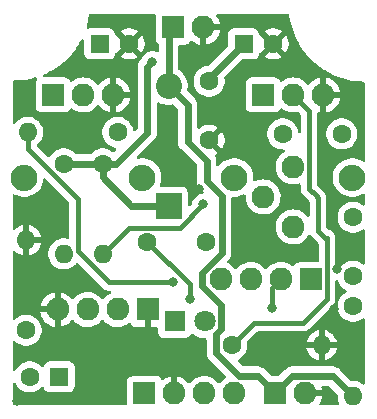
<source format=gbr>
%TF.GenerationSoftware,KiCad,Pcbnew,(5.99.0-2965-g3673c2369)*%
%TF.CreationDate,2020-08-26T16:55:04+03:00*%
%TF.ProjectId,cara-de-pelusa,63617261-2d64-4652-9d70-656c7573612e,rev?*%
%TF.SameCoordinates,Original*%
%TF.FileFunction,Copper,L2,Bot*%
%TF.FilePolarity,Positive*%
%FSLAX46Y46*%
G04 Gerber Fmt 4.6, Leading zero omitted, Abs format (unit mm)*
G04 Created by KiCad (PCBNEW (5.99.0-2965-g3673c2369)) date 2020-08-26 16:55:04*
%MOMM*%
%LPD*%
G01*
G04 APERTURE LIST*
%TA.AperFunction,ComponentPad*%
%ADD10O,2.250000X2.250000*%
%TD*%
%TA.AperFunction,ComponentPad*%
%ADD11O,1.930400X1.930400*%
%TD*%
%TA.AperFunction,ComponentPad*%
%ADD12R,1.930400X1.930400*%
%TD*%
%TA.AperFunction,ComponentPad*%
%ADD13O,1.600000X1.600000*%
%TD*%
%TA.AperFunction,ComponentPad*%
%ADD14C,1.600000*%
%TD*%
%TA.AperFunction,ComponentPad*%
%ADD15C,1.800000*%
%TD*%
%TA.AperFunction,ComponentPad*%
%ADD16R,1.800000X1.800000*%
%TD*%
%TA.AperFunction,ComponentPad*%
%ADD17O,2.200000X2.200000*%
%TD*%
%TA.AperFunction,ComponentPad*%
%ADD18R,2.200000X2.200000*%
%TD*%
%TA.AperFunction,ComponentPad*%
%ADD19R,1.600000X1.600000*%
%TD*%
%TA.AperFunction,ViaPad*%
%ADD20C,0.800000*%
%TD*%
%TA.AperFunction,Conductor*%
%ADD21C,0.381000*%
%TD*%
%TA.AperFunction,Conductor*%
%ADD22C,0.609600*%
%TD*%
G04 APERTURE END LIST*
D10*
%TO.P,RV4,*%
%TO.N,*%
X103839000Y-82438000D03*
X113839000Y-82438000D03*
D11*
%TO.P,RV4,3,3*%
%TO.N,GND*%
X111379000Y-75438000D03*
%TO.P,RV4,2,2*%
%TO.N,OUT*%
X108839000Y-75438000D03*
D12*
%TO.P,RV4,1,1*%
%TO.N,Net-(C3-Pad2)*%
X106299000Y-75438000D03*
%TD*%
D10*
%TO.P,RV1,*%
%TO.N,*%
X86059000Y-82438000D03*
X96059000Y-82438000D03*
D11*
%TO.P,RV1,3,3*%
%TO.N,GND*%
X93599000Y-75438000D03*
%TO.P,RV1,2,2*%
%TO.N,Net-(C2-Pad1)*%
X91059000Y-75438000D03*
D12*
%TO.P,RV1,1,1*%
%TO.N,Net-(Q2-Pad1)*%
X88519000Y-75438000D03*
%TD*%
D11*
%TO.P,RV5,3,3*%
%TO.N,Net-(C3-Pad1)*%
X108839000Y-81534000D03*
%TO.P,RV5,2,2*%
X106299000Y-84074000D03*
%TO.P,RV5,1,1*%
%TO.N,Net-(C6-Pad2)*%
X108839000Y-86614000D03*
%TD*%
D13*
%TO.P,R6,2*%
%TO.N,+9V*%
X113919000Y-100965000D03*
D14*
%TO.P,R6,1*%
%TO.N,Net-(D2-Pad2)*%
X113919000Y-93345000D03*
%TD*%
D13*
%TO.P,R5,2*%
%TO.N,GND*%
X111252000Y-96647000D03*
D14*
%TO.P,R5,1*%
%TO.N,OUT*%
X103632000Y-96647000D03*
%TD*%
D13*
%TO.P,R4,2*%
%TO.N,Net-(C3-Pad1)*%
X92710000Y-88900000D03*
D14*
%TO.P,R4,1*%
%TO.N,VCC*%
X92710000Y-81280000D03*
%TD*%
D13*
%TO.P,R3,2*%
%TO.N,Net-(C4-Pad2)*%
X89408000Y-88900000D03*
D14*
%TO.P,R3,1*%
%TO.N,VCC*%
X89408000Y-81280000D03*
%TD*%
D13*
%TO.P,R2,2*%
%TO.N,Net-(Q2-Pad1)*%
X86360000Y-78613000D03*
D14*
%TO.P,R2,1*%
%TO.N,Net-(C1-Pad1)*%
X93980000Y-78613000D03*
%TD*%
D13*
%TO.P,R1,2*%
%TO.N,GND*%
X86233000Y-87757000D03*
D14*
%TO.P,R1,1*%
%TO.N,IN*%
X86233000Y-95377000D03*
%TD*%
D11*
%TO.P,Q2,1,E*%
%TO.N,Net-(Q2-Pad1)*%
X102743000Y-91059000D03*
%TO.P,Q2,3,C*%
%TO.N,Net-(C6-Pad2)*%
X105283000Y-91059000D03*
%TO.P,Q2,2,B*%
%TO.N,Net-(C4-Pad2)*%
X107823000Y-91059000D03*
D12*
%TO.P,Q2,1,E*%
%TO.N,Net-(Q2-Pad1)*%
X110363000Y-91059000D03*
%TD*%
D11*
%TO.P,Q1,1,E*%
%TO.N,GND*%
X88900000Y-93599000D03*
%TO.P,Q1,3,C*%
%TO.N,Net-(C4-Pad2)*%
X91440000Y-93599000D03*
%TO.P,Q1,2,B*%
%TO.N,Net-(C1-Pad1)*%
X93980000Y-93599000D03*
D12*
%TO.P,Q1,1,E*%
%TO.N,GND*%
X96520000Y-93599000D03*
%TD*%
D11*
%TO.P,J3,2,Pin_2*%
%TO.N,GND*%
X101219000Y-69723000D03*
D12*
%TO.P,J3,1,Pin_1*%
%TO.N,+9V*%
X98679000Y-69723000D03*
%TD*%
D11*
%TO.P,J2,4,Pin_4*%
%TO.N,OUT*%
X103862500Y-100711000D03*
%TO.P,J2,3,Pin_3*%
%TO.N,LED-*%
X101322500Y-100711000D03*
%TO.P,J2,2,Pin_2*%
%TO.N,GND*%
X98782500Y-100711000D03*
D12*
%TO.P,J2,1,Pin_1*%
%TO.N,IN*%
X96242500Y-100711000D03*
%TD*%
D11*
%TO.P,J1,2,Pin_2*%
%TO.N,GND*%
X109855000Y-100711000D03*
D12*
%TO.P,J1,1,Pin_1*%
%TO.N,+9V*%
X107315000Y-100711000D03*
%TD*%
D15*
%TO.P,D2,2,A*%
%TO.N,Net-(D2-Pad2)*%
X101346000Y-94615000D03*
D16*
%TO.P,D2,1,K*%
%TO.N,LED-*%
X98806000Y-94615000D03*
%TD*%
D17*
%TO.P,D1,2,A*%
%TO.N,+9V*%
X98298000Y-74676000D03*
D18*
%TO.P,D1,1,K*%
%TO.N,VCC*%
X98298000Y-84836000D03*
%TD*%
D14*
%TO.P,C7,2*%
%TO.N,GND*%
X101727000Y-79295000D03*
%TO.P,C7,1*%
%TO.N,VCC*%
X101727000Y-74295000D03*
%TD*%
%TO.P,C6,2*%
%TO.N,Net-(C6-Pad2)*%
X113919000Y-85805000D03*
%TO.P,C6,1*%
%TO.N,Net-(C4-Pad2)*%
X113919000Y-90805000D03*
%TD*%
%TO.P,C5,2*%
%TO.N,GND*%
X107148000Y-71120000D03*
D19*
%TO.P,C5,1*%
%TO.N,VCC*%
X104648000Y-71120000D03*
%TD*%
D14*
%TO.P,C4,2*%
%TO.N,Net-(C4-Pad2)*%
X96473000Y-87884000D03*
%TO.P,C4,1*%
%TO.N,Net-(C1-Pad1)*%
X101473000Y-87884000D03*
%TD*%
%TO.P,C3,2*%
%TO.N,Net-(C3-Pad2)*%
X112950000Y-78740000D03*
%TO.P,C3,1*%
%TO.N,Net-(C3-Pad1)*%
X107950000Y-78740000D03*
%TD*%
%TO.P,C2,2*%
%TO.N,GND*%
X94956000Y-71120000D03*
D19*
%TO.P,C2,1*%
%TO.N,Net-(C2-Pad1)*%
X92456000Y-71120000D03*
%TD*%
D14*
%TO.P,C1,2*%
%TO.N,IN*%
X86527000Y-99314000D03*
D19*
%TO.P,C1,1*%
%TO.N,Net-(C1-Pad1)*%
X89027000Y-99314000D03*
%TD*%
D20*
%TO.N,GND*%
X112522000Y-90170000D03*
X100838000Y-83439000D03*
X85979000Y-75692000D03*
X85471000Y-101346000D03*
X112268000Y-93599000D03*
%TO.N,Net-(C4-Pad2)*%
X107061000Y-93472000D03*
X100076000Y-92710000D03*
%TO.N,Net-(C3-Pad1)*%
X101219000Y-84709000D03*
%TO.N,Net-(Q2-Pad1)*%
X98679000Y-91313000D03*
%TO.N,VCC*%
X96901000Y-72644000D03*
%TD*%
D21*
%TO.N,OUT*%
X111718701Y-87544299D02*
X111547299Y-87544299D01*
X111718701Y-87544299D02*
X111718701Y-92724357D01*
X110744000Y-83947000D02*
X110934500Y-84137500D01*
X111547299Y-87544299D02*
X110934500Y-86931500D01*
X110934500Y-86931500D02*
X110934500Y-84137500D01*
X111718701Y-92724357D02*
X109701058Y-94742000D01*
X110194701Y-76793701D02*
X110194701Y-83397701D01*
X108839000Y-75438000D02*
X110194701Y-76793701D01*
X110194701Y-83397701D02*
X110744000Y-83947000D01*
X109701058Y-94742000D02*
X105537000Y-94742000D01*
X105537000Y-94742000D02*
X103632000Y-96647000D01*
%TO.N,Net-(C4-Pad2)*%
X107061000Y-93472000D02*
X107061000Y-91821000D01*
X107061000Y-91821000D02*
X107823000Y-91059000D01*
X96473000Y-87884000D02*
X100076000Y-91487000D01*
X100076000Y-91487000D02*
X100076000Y-92710000D01*
%TO.N,Net-(C3-Pad1)*%
X101219000Y-84709000D02*
X99234501Y-86693499D01*
X99234501Y-86693499D02*
X94916501Y-86693499D01*
X94916501Y-86693499D02*
X92710000Y-88900000D01*
D22*
%TO.N,+9V*%
X101526894Y-81026000D02*
X101526894Y-82730894D01*
X99914199Y-78647801D02*
X99914199Y-76292199D01*
X99914199Y-78647801D02*
X99914199Y-79413305D01*
X99914199Y-79413305D02*
X101526894Y-81026000D01*
X101526894Y-82730894D02*
X102777801Y-83981801D01*
X102777801Y-88848597D02*
X101083699Y-90542699D01*
X102734699Y-93226301D02*
X101401199Y-91892801D01*
X102777801Y-83981801D02*
X102777801Y-88848597D01*
X101083699Y-91575301D02*
X101401199Y-91892801D01*
X101083699Y-90542699D02*
X101083699Y-91575301D01*
D21*
%TO.N,Net-(Q2-Pad1)*%
X98679000Y-91313000D02*
X93218000Y-91313000D01*
X93218000Y-91313000D02*
X90598501Y-88693501D01*
X90598501Y-84232443D02*
X86360000Y-79993942D01*
X90598501Y-88693501D02*
X90598501Y-84232443D01*
X86360000Y-79993942D02*
X86360000Y-78613000D01*
D22*
%TO.N,+9V*%
X107315000Y-100711000D02*
X105844999Y-99240999D01*
X105844999Y-99240999D02*
X104294893Y-99240999D01*
X104294893Y-99240999D02*
X102327199Y-97273305D01*
X102327199Y-97273305D02*
X102327199Y-95712907D01*
X102327199Y-95712907D02*
X102750801Y-95289305D01*
X102750801Y-95289305D02*
X102750801Y-93242403D01*
X102750801Y-93242403D02*
X102734699Y-93226301D01*
%TO.N,VCC*%
X92710000Y-81280000D02*
X93841370Y-81280000D01*
X93841370Y-81280000D02*
X96501001Y-78620369D01*
X96501001Y-78620369D02*
X96501001Y-73043999D01*
X96501001Y-73043999D02*
X96901000Y-72644000D01*
X89408000Y-81280000D02*
X92710000Y-81280000D01*
X98298000Y-84836000D02*
X95134630Y-84836000D01*
X95134630Y-84836000D02*
X92710000Y-82411370D01*
X92710000Y-82411370D02*
X92710000Y-81280000D01*
%TO.N,+9V*%
X98298000Y-74676000D02*
X98298000Y-70104000D01*
X98298000Y-70104000D02*
X98679000Y-69723000D01*
X99914199Y-76292199D02*
X98298000Y-74676000D01*
X107315000Y-100711000D02*
X108785001Y-99240999D01*
X108785001Y-99240999D02*
X112194999Y-99240999D01*
X112194999Y-99240999D02*
X113919000Y-100965000D01*
%TO.N,VCC*%
X101727000Y-74295000D02*
X101727000Y-74041000D01*
X101727000Y-74041000D02*
X104648000Y-71120000D01*
%TD*%
%TA.AperFunction,Conductor*%
%TO.N,GND*%
G36*
X111895233Y-100090704D02*
G01*
X112574096Y-100769569D01*
X112611000Y-100858664D01*
X112611000Y-101079433D01*
X112650745Y-101304833D01*
X112729020Y-101519892D01*
X112729022Y-101519895D01*
X112739474Y-101537999D01*
X112756212Y-101606995D01*
X112732992Y-101674087D01*
X112677185Y-101717974D01*
X112630355Y-101727000D01*
X111186004Y-101727000D01*
X111117883Y-101706998D01*
X111071390Y-101653342D01*
X111061286Y-101583068D01*
X111078001Y-101536105D01*
X111180229Y-101365968D01*
X111269411Y-101140721D01*
X111307402Y-100965000D01*
X109727000Y-100965000D01*
X109658879Y-100944998D01*
X109612386Y-100891342D01*
X109601000Y-100839000D01*
X109601000Y-100583000D01*
X109621002Y-100514879D01*
X109674658Y-100468386D01*
X109727000Y-100457000D01*
X111306280Y-100457000D01*
X111288710Y-100350876D01*
X111244294Y-100220405D01*
X111241276Y-100149472D01*
X111277086Y-100088168D01*
X111363572Y-100053799D01*
X111806137Y-100053799D01*
X111895233Y-100090704D01*
G37*
%TD.AperFunction*%
%TA.AperFunction,Conductor*%
G36*
X87849543Y-82491905D02*
G01*
X87901417Y-82523187D01*
X89863097Y-84484868D01*
X89900002Y-84573963D01*
X89900001Y-87508415D01*
X89879999Y-87576536D01*
X89826343Y-87623029D01*
X89752121Y-87632501D01*
X89522433Y-87592000D01*
X89293567Y-87592000D01*
X89068167Y-87631745D01*
X88853108Y-87710020D01*
X88853099Y-87710024D01*
X88654899Y-87824455D01*
X88654896Y-87824457D01*
X88479572Y-87971572D01*
X88332457Y-88146896D01*
X88332455Y-88146899D01*
X88218024Y-88345099D01*
X88218020Y-88345108D01*
X88139745Y-88560167D01*
X88100000Y-88785567D01*
X88100000Y-89014433D01*
X88139745Y-89239833D01*
X88218020Y-89454892D01*
X88218024Y-89454901D01*
X88332455Y-89653101D01*
X88332457Y-89653104D01*
X88479572Y-89828428D01*
X88654896Y-89975543D01*
X88654899Y-89975545D01*
X88853099Y-90089976D01*
X88853108Y-90089980D01*
X89068167Y-90168255D01*
X89293567Y-90208000D01*
X89522433Y-90208000D01*
X89747833Y-90168255D01*
X89962892Y-90089980D01*
X89962901Y-90089976D01*
X90161101Y-89975545D01*
X90161104Y-89975543D01*
X90336427Y-89828429D01*
X90434729Y-89711277D01*
X90493839Y-89671950D01*
X90564827Y-89670824D01*
X90620346Y-89703173D01*
X92658769Y-91741597D01*
X92676236Y-91763457D01*
X92680596Y-91770367D01*
X92680598Y-91770370D01*
X92737102Y-91820272D01*
X92742793Y-91825620D01*
X92759541Y-91842369D01*
X92759546Y-91842373D01*
X92772556Y-91852124D01*
X92780397Y-91858508D01*
X92830565Y-91902815D01*
X92844650Y-91909428D01*
X92866661Y-91922653D01*
X92879111Y-91931983D01*
X92879116Y-91931986D01*
X92941767Y-91955472D01*
X92951088Y-91959399D01*
X93011682Y-91987848D01*
X93025881Y-91989970D01*
X93051484Y-91996603D01*
X93066463Y-92002218D01*
X93144107Y-92007988D01*
X93153397Y-92009027D01*
X93169933Y-92011499D01*
X93169949Y-92011500D01*
X93186672Y-92011500D01*
X93196010Y-92011846D01*
X93265996Y-92017047D01*
X93278976Y-92014276D01*
X93305281Y-92011500D01*
X93329769Y-92011500D01*
X93397890Y-92031502D01*
X93444383Y-92085158D01*
X93454487Y-92155432D01*
X93424993Y-92220012D01*
X93378596Y-92253655D01*
X93297419Y-92287779D01*
X93092431Y-92416867D01*
X92911271Y-92577708D01*
X92807547Y-92705797D01*
X92749133Y-92746149D01*
X92678176Y-92748515D01*
X92609799Y-92703382D01*
X92533357Y-92604121D01*
X92533356Y-92604119D01*
X92356184Y-92438904D01*
X92154410Y-92304845D01*
X92154408Y-92304844D01*
X91933452Y-92205543D01*
X91933454Y-92205543D01*
X91699239Y-92143661D01*
X91458055Y-92120862D01*
X91216404Y-92137761D01*
X91216395Y-92137762D01*
X90980739Y-92193904D01*
X90757419Y-92287779D01*
X90552431Y-92416867D01*
X90371271Y-92577708D01*
X90267547Y-92705797D01*
X90209133Y-92746149D01*
X90138176Y-92748515D01*
X90069799Y-92703382D01*
X89993357Y-92604121D01*
X89993356Y-92604119D01*
X89816184Y-92438904D01*
X89614410Y-92304845D01*
X89614408Y-92304844D01*
X89393452Y-92205543D01*
X89393454Y-92205543D01*
X89159239Y-92143661D01*
X89154000Y-92143165D01*
X89154000Y-95051202D01*
X89154001Y-95051202D01*
X89324786Y-95014900D01*
X89324793Y-95014898D01*
X89550340Y-94926506D01*
X89550348Y-94926502D01*
X89758420Y-94802467D01*
X89758426Y-94802462D01*
X89943449Y-94646106D01*
X89943452Y-94646102D01*
X90075106Y-94491410D01*
X90134489Y-94452497D01*
X90205483Y-94451866D01*
X90272737Y-94498657D01*
X90322661Y-94566870D01*
X90495736Y-94736356D01*
X90495749Y-94736367D01*
X90694184Y-94875314D01*
X90912651Y-94979985D01*
X91145279Y-95047570D01*
X91385836Y-95076255D01*
X91627828Y-95065267D01*
X91627842Y-95065265D01*
X91864786Y-95014900D01*
X91864793Y-95014898D01*
X92090340Y-94926506D01*
X92090348Y-94926502D01*
X92298420Y-94802467D01*
X92298426Y-94802462D01*
X92483449Y-94646106D01*
X92483452Y-94646102D01*
X92615106Y-94491410D01*
X92674489Y-94452497D01*
X92745483Y-94451866D01*
X92812737Y-94498657D01*
X92862661Y-94566870D01*
X93035736Y-94736356D01*
X93035749Y-94736367D01*
X93234184Y-94875314D01*
X93452651Y-94979985D01*
X93685279Y-95047570D01*
X93925836Y-95076255D01*
X94167828Y-95065267D01*
X94167842Y-95065265D01*
X94404786Y-95014900D01*
X94404793Y-95014898D01*
X94630340Y-94926506D01*
X94630348Y-94926502D01*
X94838420Y-94802467D01*
X94838426Y-94802462D01*
X94902346Y-94748446D01*
X94967287Y-94719754D01*
X95037431Y-94730727D01*
X95090507Y-94777880D01*
X95105381Y-94812074D01*
X95108073Y-94822120D01*
X95223226Y-94959354D01*
X95378374Y-95048929D01*
X95554801Y-95080037D01*
X96266000Y-95080037D01*
X96266000Y-93471000D01*
X96286002Y-93402879D01*
X96339658Y-93356386D01*
X96392000Y-93345000D01*
X96648000Y-93345000D01*
X96716121Y-93365002D01*
X96762614Y-93418658D01*
X96774000Y-93471000D01*
X96774000Y-95080037D01*
X97264163Y-95080037D01*
X97332284Y-95100039D01*
X97378777Y-95153695D01*
X97390163Y-95206037D01*
X97390163Y-95514998D01*
X97459273Y-95772920D01*
X97574426Y-95910154D01*
X97729574Y-95999729D01*
X97906001Y-96030837D01*
X99705998Y-96030837D01*
X99963920Y-95961727D01*
X100101154Y-95846574D01*
X100195102Y-95683850D01*
X100246484Y-95634857D01*
X100316198Y-95621421D01*
X100396221Y-95660757D01*
X100399539Y-95664302D01*
X100399544Y-95664307D01*
X100589868Y-95808770D01*
X100589870Y-95808772D01*
X100801817Y-95919105D01*
X101029321Y-95992148D01*
X101265888Y-96025817D01*
X101384883Y-96022494D01*
X101453535Y-96040587D01*
X101501508Y-96092924D01*
X101514400Y-96148445D01*
X101514399Y-97211784D01*
X101513321Y-97228230D01*
X101507387Y-97273305D01*
X101507387Y-97273307D01*
X101513860Y-97322477D01*
X101513861Y-97322485D01*
X101535320Y-97485486D01*
X101572575Y-97575428D01*
X101617222Y-97683214D01*
X101647400Y-97722542D01*
X101747506Y-97853002D01*
X101783589Y-97880690D01*
X101795978Y-97891556D01*
X103144570Y-99240148D01*
X103178596Y-99302460D01*
X103173531Y-99373275D01*
X103122618Y-99435863D01*
X102974931Y-99528867D01*
X102793771Y-99689708D01*
X102690047Y-99817797D01*
X102631633Y-99858149D01*
X102560676Y-99860515D01*
X102492299Y-99815382D01*
X102415857Y-99716121D01*
X102415856Y-99716119D01*
X102238684Y-99550904D01*
X102036910Y-99416845D01*
X102036908Y-99416844D01*
X101815952Y-99317543D01*
X101815954Y-99317543D01*
X101581739Y-99255661D01*
X101340555Y-99232862D01*
X101098904Y-99249761D01*
X101098895Y-99249762D01*
X100863239Y-99305904D01*
X100639919Y-99399779D01*
X100434931Y-99528867D01*
X100253771Y-99689708D01*
X100150047Y-99817797D01*
X100091633Y-99858149D01*
X100020676Y-99860515D01*
X99952299Y-99815382D01*
X99875857Y-99716121D01*
X99875856Y-99716119D01*
X99698684Y-99550904D01*
X99496910Y-99416845D01*
X99496908Y-99416844D01*
X99275952Y-99317543D01*
X99275954Y-99317543D01*
X99041739Y-99255661D01*
X99036500Y-99255165D01*
X99036500Y-100839000D01*
X99016498Y-100907121D01*
X98962842Y-100953614D01*
X98910500Y-100965000D01*
X98654500Y-100965000D01*
X98586379Y-100944998D01*
X98539886Y-100891342D01*
X98528500Y-100839000D01*
X98528500Y-99257003D01*
X98323239Y-99305904D01*
X98099919Y-99399779D01*
X97894931Y-99528867D01*
X97894925Y-99528872D01*
X97862077Y-99558035D01*
X97797856Y-99588304D01*
X97727465Y-99579048D01*
X97673253Y-99533205D01*
X97656716Y-99496423D01*
X97654427Y-99487881D01*
X97539274Y-99350646D01*
X97384126Y-99261071D01*
X97207699Y-99229963D01*
X95277302Y-99229963D01*
X95019381Y-99299073D01*
X94882146Y-99414226D01*
X94792571Y-99569374D01*
X94761463Y-99745801D01*
X94761463Y-101601000D01*
X94741461Y-101669121D01*
X94687805Y-101715614D01*
X94635463Y-101727000D01*
X85216000Y-101727000D01*
X85147879Y-101706998D01*
X85101386Y-101653342D01*
X85090000Y-101601000D01*
X85090000Y-99904791D01*
X85110002Y-99836670D01*
X85163658Y-99790177D01*
X85233932Y-99780073D01*
X85298512Y-99809567D01*
X85334401Y-99861696D01*
X85337020Y-99868892D01*
X85337024Y-99868901D01*
X85451455Y-100067101D01*
X85451457Y-100067104D01*
X85598572Y-100242428D01*
X85773896Y-100389543D01*
X85773899Y-100389545D01*
X85972099Y-100503976D01*
X85972108Y-100503980D01*
X86187167Y-100582255D01*
X86412567Y-100622000D01*
X86641433Y-100622000D01*
X86866833Y-100582255D01*
X87081892Y-100503980D01*
X87081901Y-100503976D01*
X87280101Y-100389545D01*
X87280104Y-100389543D01*
X87455427Y-100242428D01*
X87519765Y-100165754D01*
X87578875Y-100126427D01*
X87649863Y-100125301D01*
X87710190Y-100162732D01*
X87737994Y-100214134D01*
X87780273Y-100371920D01*
X87895426Y-100509154D01*
X88050574Y-100598729D01*
X88227001Y-100629837D01*
X89826998Y-100629837D01*
X90084920Y-100560727D01*
X90222154Y-100445574D01*
X90311729Y-100290426D01*
X90311728Y-100290426D01*
X90342837Y-100113999D01*
X90342837Y-98514000D01*
X90273727Y-98256081D01*
X90158574Y-98118846D01*
X90003426Y-98029271D01*
X89826999Y-97998163D01*
X88227002Y-97998163D01*
X87969081Y-98067273D01*
X87831846Y-98182426D01*
X87742272Y-98337573D01*
X87732389Y-98393620D01*
X87700861Y-98457232D01*
X87639947Y-98493702D01*
X87568986Y-98491449D01*
X87511781Y-98452731D01*
X87455427Y-98385572D01*
X87280104Y-98238457D01*
X87280101Y-98238455D01*
X87081901Y-98124024D01*
X87081892Y-98124020D01*
X86866833Y-98045745D01*
X86641433Y-98006000D01*
X86412567Y-98006000D01*
X86187167Y-98045745D01*
X85972108Y-98124020D01*
X85972099Y-98124024D01*
X85773899Y-98238455D01*
X85773896Y-98238457D01*
X85598572Y-98385572D01*
X85451457Y-98560896D01*
X85451455Y-98560899D01*
X85337024Y-98759099D01*
X85337020Y-98759108D01*
X85334401Y-98766304D01*
X85292306Y-98823475D01*
X85225985Y-98848813D01*
X85156493Y-98834272D01*
X85105895Y-98784469D01*
X85090000Y-98723209D01*
X85090000Y-96395047D01*
X85110002Y-96326926D01*
X85163658Y-96280433D01*
X85233932Y-96270329D01*
X85299360Y-96303081D01*
X85300358Y-96301892D01*
X85479896Y-96452543D01*
X85479899Y-96452545D01*
X85678099Y-96566976D01*
X85678108Y-96566980D01*
X85893167Y-96645255D01*
X86118567Y-96685000D01*
X86347433Y-96685000D01*
X86572833Y-96645255D01*
X86787892Y-96566980D01*
X86787901Y-96566976D01*
X86986101Y-96452545D01*
X86986104Y-96452543D01*
X87161428Y-96305428D01*
X87308543Y-96130104D01*
X87308545Y-96130101D01*
X87422976Y-95931901D01*
X87422980Y-95931892D01*
X87501255Y-95716833D01*
X87541000Y-95491433D01*
X87541000Y-95262567D01*
X87501255Y-95037167D01*
X87422980Y-94822108D01*
X87422976Y-94822099D01*
X87308545Y-94623899D01*
X87308543Y-94623896D01*
X87161428Y-94448572D01*
X86986104Y-94301457D01*
X86986101Y-94301455D01*
X86787901Y-94187024D01*
X86787892Y-94187020D01*
X86572833Y-94108745D01*
X86347433Y-94069000D01*
X86118567Y-94069000D01*
X85893167Y-94108745D01*
X85678108Y-94187020D01*
X85678099Y-94187024D01*
X85479899Y-94301455D01*
X85479896Y-94301457D01*
X85300358Y-94452108D01*
X85299510Y-94451098D01*
X85242783Y-94482074D01*
X85171968Y-94477009D01*
X85115132Y-94434462D01*
X85090000Y-94358953D01*
X85090000Y-93853000D01*
X87447941Y-93853000D01*
X87457919Y-93923994D01*
X87530359Y-94155147D01*
X87530360Y-94155149D01*
X87639590Y-94371388D01*
X87782661Y-94566870D01*
X87955736Y-94736356D01*
X87955749Y-94736367D01*
X88154184Y-94875314D01*
X88372651Y-94979985D01*
X88605279Y-95047570D01*
X88646000Y-95052427D01*
X88646000Y-93853000D01*
X87447941Y-93853000D01*
X85090000Y-93853000D01*
X85090000Y-93345000D01*
X87448609Y-93345000D01*
X88646000Y-93345000D01*
X88646000Y-92145003D01*
X88440739Y-92193904D01*
X88217419Y-92287779D01*
X88012431Y-92416867D01*
X87831271Y-92577708D01*
X87678827Y-92765961D01*
X87678823Y-92765968D01*
X87559162Y-92976608D01*
X87475516Y-93203950D01*
X87475515Y-93203954D01*
X87448609Y-93345000D01*
X85090000Y-93345000D01*
X85090000Y-88775047D01*
X85110002Y-88706926D01*
X85163658Y-88660433D01*
X85233932Y-88650329D01*
X85299360Y-88683081D01*
X85300358Y-88681892D01*
X85479896Y-88832543D01*
X85479899Y-88832545D01*
X85678099Y-88946976D01*
X85678108Y-88946980D01*
X85893166Y-89025255D01*
X85979000Y-89040391D01*
X85979000Y-89040390D01*
X86486999Y-89040390D01*
X86572833Y-89025255D01*
X86572834Y-89025255D01*
X86787892Y-88946980D01*
X86787901Y-88946976D01*
X86986101Y-88832545D01*
X86986104Y-88832543D01*
X87161428Y-88685428D01*
X87308543Y-88510104D01*
X87308545Y-88510101D01*
X87422976Y-88311901D01*
X87422980Y-88311892D01*
X87501255Y-88096834D01*
X87516391Y-88011000D01*
X86487000Y-88010999D01*
X86486999Y-89040390D01*
X85979000Y-89040390D01*
X85979001Y-87958809D01*
X85979000Y-87958807D01*
X85979000Y-87503000D01*
X86486999Y-87503000D01*
X87516390Y-87503001D01*
X87501255Y-87417167D01*
X87501255Y-87417166D01*
X87422980Y-87202108D01*
X87422976Y-87202099D01*
X87308545Y-87003899D01*
X87308543Y-87003896D01*
X87161428Y-86828572D01*
X86986104Y-86681457D01*
X86986101Y-86681455D01*
X86787901Y-86567024D01*
X86787892Y-86567020D01*
X86572834Y-86488745D01*
X86487000Y-86473609D01*
X86486999Y-87503000D01*
X85979000Y-87503000D01*
X85979001Y-86473610D01*
X85893166Y-86488745D01*
X85678108Y-86567020D01*
X85678099Y-86567024D01*
X85479899Y-86681455D01*
X85479896Y-86681457D01*
X85300358Y-86832108D01*
X85299510Y-86831098D01*
X85242783Y-86862074D01*
X85171968Y-86857009D01*
X85115132Y-86814462D01*
X85090000Y-86738953D01*
X85090000Y-83982641D01*
X85110002Y-83914520D01*
X85163658Y-83868027D01*
X85233932Y-83857923D01*
X85273203Y-83870374D01*
X85432149Y-83951361D01*
X85676600Y-84030789D01*
X85930482Y-84070999D01*
X86187518Y-84070999D01*
X86441401Y-84030789D01*
X86441399Y-84030789D01*
X86685851Y-83951361D01*
X86914881Y-83834664D01*
X87122831Y-83683580D01*
X87304580Y-83501831D01*
X87455664Y-83293881D01*
X87572361Y-83064851D01*
X87651788Y-82820401D01*
X87687873Y-82592571D01*
X87718285Y-82528418D01*
X87778554Y-82490891D01*
X87849543Y-82491905D01*
G37*
%TD.AperFunction*%
%TA.AperFunction,Conductor*%
G36*
X112625713Y-91122534D02*
G01*
X112661602Y-91174663D01*
X112729020Y-91359892D01*
X112729024Y-91359901D01*
X112843455Y-91558101D01*
X112843457Y-91558104D01*
X112990572Y-91733428D01*
X113165896Y-91880543D01*
X113165899Y-91880545D01*
X113313705Y-91965881D01*
X113362698Y-92017263D01*
X113376134Y-92086977D01*
X113349748Y-92152888D01*
X113313705Y-92184119D01*
X113165899Y-92269455D01*
X113165896Y-92269457D01*
X112990572Y-92416572D01*
X112843457Y-92591896D01*
X112843455Y-92591899D01*
X112729024Y-92790099D01*
X112729020Y-92790108D01*
X112650745Y-93005167D01*
X112611000Y-93230567D01*
X112611000Y-93459433D01*
X112650745Y-93684833D01*
X112729020Y-93899892D01*
X112729024Y-93899901D01*
X112843455Y-94098101D01*
X112843457Y-94098104D01*
X112990572Y-94273428D01*
X113165896Y-94420543D01*
X113165899Y-94420545D01*
X113364099Y-94534976D01*
X113364108Y-94534980D01*
X113579167Y-94613255D01*
X113804567Y-94653000D01*
X114033433Y-94653000D01*
X114258833Y-94613255D01*
X114473892Y-94534980D01*
X114473901Y-94534976D01*
X114672101Y-94420545D01*
X114672104Y-94420543D01*
X114728009Y-94373633D01*
X114793050Y-94345168D01*
X114863155Y-94356385D01*
X114916066Y-94403723D01*
X114935001Y-94470154D01*
X114935001Y-99839846D01*
X114914999Y-99907967D01*
X114861343Y-99954460D01*
X114791069Y-99964564D01*
X114728009Y-99936367D01*
X114672104Y-99889457D01*
X114672101Y-99889455D01*
X114473901Y-99775024D01*
X114473892Y-99775020D01*
X114258833Y-99696745D01*
X114033433Y-99657000D01*
X113812664Y-99657000D01*
X113723569Y-99620096D01*
X112813244Y-98709773D01*
X112802376Y-98697380D01*
X112774694Y-98661303D01*
X112604912Y-98531025D01*
X112604903Y-98531020D01*
X112407181Y-98449120D01*
X112244191Y-98427662D01*
X112244169Y-98427660D01*
X112195000Y-98421187D01*
X112194999Y-98421187D01*
X112149925Y-98427121D01*
X112133479Y-98428199D01*
X108846520Y-98428199D01*
X108830074Y-98427121D01*
X108785000Y-98421187D01*
X108784998Y-98421187D01*
X108735828Y-98427660D01*
X108735820Y-98427661D01*
X108572819Y-98449120D01*
X108416185Y-98514000D01*
X108375097Y-98531020D01*
X108375086Y-98531026D01*
X108247928Y-98628598D01*
X108205307Y-98661302D01*
X108177625Y-98697378D01*
X108166759Y-98709768D01*
X107683470Y-99193058D01*
X107594374Y-99229963D01*
X107035626Y-99229963D01*
X106946531Y-99193059D01*
X106463244Y-98709773D01*
X106452376Y-98697380D01*
X106424694Y-98661303D01*
X106254912Y-98531025D01*
X106254903Y-98531020D01*
X106057181Y-98449120D01*
X105894191Y-98427662D01*
X105894169Y-98427660D01*
X105845000Y-98421187D01*
X105844999Y-98421187D01*
X105799925Y-98427121D01*
X105783479Y-98428199D01*
X104683757Y-98428199D01*
X104594662Y-98391295D01*
X104210098Y-98006732D01*
X104176073Y-97944419D01*
X104181137Y-97873604D01*
X104236193Y-97808517D01*
X104385101Y-97722545D01*
X104385104Y-97722543D01*
X104560428Y-97575428D01*
X104707543Y-97400104D01*
X104707545Y-97400101D01*
X104821976Y-97201901D01*
X104821980Y-97201892D01*
X104900255Y-96986833D01*
X104915390Y-96901000D01*
X109968609Y-96901000D01*
X109983745Y-96986834D01*
X110062020Y-97201892D01*
X110062024Y-97201901D01*
X110176455Y-97400101D01*
X110176457Y-97400104D01*
X110323572Y-97575428D01*
X110498896Y-97722543D01*
X110498899Y-97722545D01*
X110697099Y-97836976D01*
X110697108Y-97836980D01*
X110912166Y-97915255D01*
X110998000Y-97930391D01*
X110998000Y-96901000D01*
X111506000Y-96901000D01*
X111506000Y-97930391D01*
X111591834Y-97915255D01*
X111806892Y-97836980D01*
X111806901Y-97836976D01*
X112005101Y-97722545D01*
X112005104Y-97722543D01*
X112180428Y-97575428D01*
X112327543Y-97400104D01*
X112327545Y-97400101D01*
X112441976Y-97201901D01*
X112441980Y-97201892D01*
X112520255Y-96986834D01*
X112535391Y-96901000D01*
X111506000Y-96901000D01*
X110998000Y-96901000D01*
X109968609Y-96901000D01*
X104915390Y-96901000D01*
X104940000Y-96761433D01*
X104940000Y-96532566D01*
X104920551Y-96422260D01*
X104923814Y-96393000D01*
X109968609Y-96393000D01*
X110998000Y-96393000D01*
X111506000Y-96393000D01*
X112535391Y-96393000D01*
X112520255Y-96307166D01*
X112441980Y-96092108D01*
X112441976Y-96092099D01*
X112327545Y-95893899D01*
X112327543Y-95893896D01*
X112180428Y-95718572D01*
X112005104Y-95571457D01*
X112005101Y-95571455D01*
X111806901Y-95457024D01*
X111806892Y-95457020D01*
X111591834Y-95378745D01*
X111506000Y-95363609D01*
X111506000Y-96393000D01*
X110998000Y-96393000D01*
X110998000Y-95363609D01*
X110912166Y-95378745D01*
X110697108Y-95457020D01*
X110697099Y-95457024D01*
X110498899Y-95571455D01*
X110498896Y-95571457D01*
X110323572Y-95718572D01*
X110176457Y-95893896D01*
X110176455Y-95893899D01*
X110062024Y-96092099D01*
X110062020Y-96092108D01*
X109983745Y-96307166D01*
X109968609Y-96393000D01*
X104923814Y-96393000D01*
X104928421Y-96351701D01*
X104955542Y-96311286D01*
X105789423Y-95477405D01*
X105878518Y-95440500D01*
X109608693Y-95440500D01*
X109636500Y-95443607D01*
X109644463Y-95445409D01*
X109644466Y-95445409D01*
X109719690Y-95440742D01*
X109727492Y-95440500D01*
X109751207Y-95440500D01*
X109767302Y-95438194D01*
X109777369Y-95437163D01*
X109844164Y-95433020D01*
X109844161Y-95433020D01*
X109858795Y-95427737D01*
X109883719Y-95421523D01*
X109899114Y-95419318D01*
X109899120Y-95419316D01*
X109960052Y-95391613D01*
X109969417Y-95387800D01*
X110032357Y-95365078D01*
X110043896Y-95356540D01*
X110066689Y-95343128D01*
X110081257Y-95336504D01*
X110081263Y-95336500D01*
X110140259Y-95285665D01*
X110147562Y-95279830D01*
X110160989Y-95269895D01*
X110160997Y-95269888D01*
X110172802Y-95258083D01*
X110179650Y-95251725D01*
X110232832Y-95205901D01*
X110232833Y-95205900D01*
X110240060Y-95194750D01*
X110256697Y-95174188D01*
X112147298Y-93283588D01*
X112169158Y-93266121D01*
X112176068Y-93261761D01*
X112176071Y-93261759D01*
X112225973Y-93205255D01*
X112231321Y-93199564D01*
X112248070Y-93182816D01*
X112248074Y-93182811D01*
X112257825Y-93169801D01*
X112264209Y-93161960D01*
X112308516Y-93111792D01*
X112315129Y-93097707D01*
X112328354Y-93075696D01*
X112337684Y-93063246D01*
X112337687Y-93063241D01*
X112361173Y-93000590D01*
X112365100Y-92991269D01*
X112393549Y-92930676D01*
X112393549Y-92930675D01*
X112395671Y-92916476D01*
X112402304Y-92890873D01*
X112407919Y-92875894D01*
X112413689Y-92798250D01*
X112414728Y-92788960D01*
X112417200Y-92772424D01*
X112417201Y-92772408D01*
X112417201Y-92755685D01*
X112417547Y-92746347D01*
X112422748Y-92676361D01*
X112419977Y-92663381D01*
X112417201Y-92637076D01*
X112417201Y-91217758D01*
X112437203Y-91149637D01*
X112490859Y-91103144D01*
X112561133Y-91093040D01*
X112625713Y-91122534D01*
G37*
%TD.AperFunction*%
%TA.AperFunction,Conductor*%
G36*
X108382855Y-68579718D02*
G01*
X108450966Y-68599753D01*
X108507035Y-68684736D01*
X108582875Y-69133815D01*
X108584054Y-69137501D01*
X108589497Y-69164172D01*
X108589858Y-69168034D01*
X108591336Y-69174034D01*
X108709240Y-69640476D01*
X108709244Y-69640489D01*
X108710712Y-69644061D01*
X108718275Y-69670199D01*
X108718946Y-69674031D01*
X108720899Y-69679886D01*
X108875831Y-70135370D01*
X108877589Y-70138830D01*
X108887220Y-70164269D01*
X108888197Y-70168038D01*
X108890576Y-70173629D01*
X108890664Y-70173834D01*
X109081573Y-70615305D01*
X109081577Y-70615313D01*
X109083605Y-70618618D01*
X109095248Y-70643212D01*
X109096520Y-70646879D01*
X109099322Y-70652228D01*
X109099342Y-70652267D01*
X109325147Y-71077200D01*
X109325152Y-71077209D01*
X109327431Y-71080329D01*
X109341016Y-71103920D01*
X109342575Y-71107466D01*
X109342581Y-71107477D01*
X109345737Y-71112482D01*
X109345942Y-71112804D01*
X109604975Y-71518068D01*
X109607510Y-71521011D01*
X109622938Y-71543431D01*
X109624776Y-71546840D01*
X109624780Y-71546845D01*
X109628413Y-71551696D01*
X109628569Y-71551903D01*
X109919265Y-71935080D01*
X109919273Y-71935089D01*
X109922028Y-71937812D01*
X109939201Y-71958917D01*
X109941308Y-71962169D01*
X109941315Y-71962179D01*
X109945385Y-71966790D01*
X110265990Y-72325547D01*
X110268950Y-72328036D01*
X110287768Y-72347704D01*
X110290126Y-72350773D01*
X110290127Y-72350774D01*
X110294702Y-72355186D01*
X110642903Y-72686940D01*
X110646069Y-72689195D01*
X110666393Y-72707280D01*
X110668999Y-72710161D01*
X110673868Y-72714154D01*
X110673995Y-72714258D01*
X111047584Y-73016941D01*
X111047588Y-73016944D01*
X111050918Y-73018934D01*
X111072640Y-73035341D01*
X111075461Y-73037996D01*
X111080660Y-73041604D01*
X111477438Y-73313429D01*
X111480911Y-73315143D01*
X111503882Y-73329757D01*
X111506910Y-73332180D01*
X111512208Y-73335258D01*
X111929685Y-73574488D01*
X111933286Y-73575919D01*
X111957343Y-73588637D01*
X111960561Y-73590813D01*
X111966268Y-73593542D01*
X112401398Y-73798432D01*
X112401402Y-73798434D01*
X112405108Y-73799571D01*
X112430112Y-73810321D01*
X112433489Y-73812229D01*
X112439327Y-73814465D01*
X112439373Y-73814483D01*
X112889563Y-73983827D01*
X112893340Y-73984662D01*
X112919141Y-73993377D01*
X112922653Y-73995005D01*
X112922656Y-73995006D01*
X112928505Y-73996723D01*
X112928870Y-73996829D01*
X113391017Y-74129472D01*
X113391026Y-74129474D01*
X113394858Y-74130003D01*
X113421266Y-74136618D01*
X113424906Y-74137962D01*
X113424911Y-74137963D01*
X113430954Y-74139221D01*
X113431151Y-74139262D01*
X113902551Y-74234435D01*
X113906420Y-74234656D01*
X113933262Y-74239130D01*
X113937004Y-74240179D01*
X113937009Y-74240180D01*
X113943045Y-74240939D01*
X113943254Y-74240965D01*
X114420842Y-74298035D01*
X114424718Y-74297944D01*
X114451843Y-74300253D01*
X114455642Y-74300996D01*
X114455651Y-74300997D01*
X114461895Y-74301277D01*
X114461963Y-74301279D01*
X114813868Y-74314886D01*
X114881165Y-74337505D01*
X114925550Y-74392917D01*
X114935000Y-74440792D01*
X114935000Y-80968504D01*
X114914998Y-81036625D01*
X114861342Y-81083118D01*
X114791068Y-81093222D01*
X114734939Y-81070440D01*
X114694881Y-81041336D01*
X114465851Y-80924639D01*
X114221400Y-80845211D01*
X113967518Y-80805001D01*
X113710482Y-80805001D01*
X113456599Y-80845211D01*
X113456601Y-80845211D01*
X113212149Y-80924639D01*
X112983119Y-81041336D01*
X112775169Y-81192420D01*
X112593420Y-81374169D01*
X112442336Y-81582119D01*
X112325639Y-81811149D01*
X112246211Y-82055600D01*
X112206001Y-82309482D01*
X112206001Y-82566518D01*
X112246211Y-82820400D01*
X112325639Y-83064851D01*
X112442336Y-83293881D01*
X112593420Y-83501831D01*
X112775169Y-83683580D01*
X112983119Y-83834664D01*
X113212149Y-83951361D01*
X113456600Y-84030789D01*
X113710482Y-84070999D01*
X113967518Y-84070999D01*
X114221401Y-84030789D01*
X114221399Y-84030789D01*
X114465851Y-83951361D01*
X114694881Y-83834664D01*
X114734939Y-83805560D01*
X114801806Y-83781702D01*
X114870958Y-83797782D01*
X114920438Y-83848696D01*
X114935000Y-83907496D01*
X114935000Y-84679845D01*
X114914998Y-84747966D01*
X114861342Y-84794459D01*
X114791068Y-84804563D01*
X114728009Y-84776366D01*
X114672110Y-84729461D01*
X114672101Y-84729455D01*
X114473901Y-84615024D01*
X114473892Y-84615020D01*
X114258833Y-84536745D01*
X114033433Y-84497000D01*
X113804567Y-84497000D01*
X113579167Y-84536745D01*
X113364108Y-84615020D01*
X113364099Y-84615024D01*
X113165899Y-84729455D01*
X113165896Y-84729457D01*
X112990572Y-84876572D01*
X112843457Y-85051896D01*
X112843455Y-85051899D01*
X112729024Y-85250099D01*
X112729020Y-85250108D01*
X112650745Y-85465167D01*
X112611000Y-85690567D01*
X112611000Y-85919433D01*
X112650745Y-86144833D01*
X112729020Y-86359892D01*
X112729024Y-86359901D01*
X112843455Y-86558101D01*
X112843457Y-86558104D01*
X112990572Y-86733428D01*
X113165896Y-86880543D01*
X113165899Y-86880545D01*
X113364099Y-86994976D01*
X113364108Y-86994980D01*
X113579167Y-87073255D01*
X113804567Y-87113000D01*
X114033433Y-87113000D01*
X114258833Y-87073255D01*
X114473892Y-86994980D01*
X114473901Y-86994976D01*
X114672101Y-86880545D01*
X114672110Y-86880539D01*
X114728009Y-86833634D01*
X114793049Y-86805169D01*
X114863154Y-86816386D01*
X114916065Y-86863724D01*
X114935000Y-86930155D01*
X114935001Y-89679846D01*
X114914999Y-89747967D01*
X114861343Y-89794460D01*
X114791069Y-89804564D01*
X114728009Y-89776367D01*
X114672104Y-89729457D01*
X114672101Y-89729455D01*
X114473901Y-89615024D01*
X114473892Y-89615020D01*
X114258833Y-89536745D01*
X114033433Y-89497000D01*
X113804567Y-89497000D01*
X113579167Y-89536745D01*
X113364108Y-89615020D01*
X113364099Y-89615024D01*
X113165899Y-89729455D01*
X113165896Y-89729457D01*
X112990572Y-89876572D01*
X112843457Y-90051896D01*
X112843455Y-90051899D01*
X112729024Y-90250099D01*
X112729020Y-90250108D01*
X112661602Y-90435337D01*
X112619508Y-90492508D01*
X112553186Y-90517846D01*
X112483695Y-90503305D01*
X112433096Y-90453503D01*
X112417201Y-90392242D01*
X112417201Y-87555885D01*
X112417203Y-87555116D01*
X112417853Y-87448527D01*
X112417853Y-87448525D01*
X112405809Y-87406385D01*
X112402230Y-87389620D01*
X112396017Y-87346236D01*
X112396018Y-87346236D01*
X112379974Y-87310951D01*
X112373525Y-87293423D01*
X112362872Y-87256149D01*
X112362870Y-87256143D01*
X112339481Y-87219075D01*
X112331341Y-87203989D01*
X112313204Y-87164099D01*
X112287903Y-87134735D01*
X112276794Y-87119722D01*
X112256106Y-87086933D01*
X112223252Y-87057918D01*
X112211206Y-87045724D01*
X112182598Y-87012523D01*
X112150075Y-86991443D01*
X112135199Y-86980152D01*
X112106137Y-86954486D01*
X112106132Y-86954483D01*
X112066460Y-86935857D01*
X112051474Y-86927533D01*
X112014702Y-86903698D01*
X112014701Y-86903697D01*
X111977558Y-86892589D01*
X111960112Y-86885927D01*
X111925021Y-86869452D01*
X111925019Y-86869451D01*
X111889998Y-86864218D01*
X111819525Y-86828697D01*
X111669905Y-86679077D01*
X111633000Y-86589982D01*
X111633000Y-84229865D01*
X111636107Y-84202058D01*
X111637909Y-84194095D01*
X111637909Y-84194092D01*
X111633242Y-84118867D01*
X111633000Y-84111065D01*
X111633000Y-84087354D01*
X111632999Y-84087340D01*
X111630695Y-84071258D01*
X111629663Y-84061190D01*
X111625520Y-83994397D01*
X111625520Y-83994396D01*
X111620236Y-83979760D01*
X111614023Y-83954838D01*
X111611818Y-83939443D01*
X111611817Y-83939440D01*
X111584115Y-83878512D01*
X111580302Y-83869144D01*
X111557581Y-83806204D01*
X111549042Y-83794665D01*
X111535625Y-83771864D01*
X111529004Y-83757300D01*
X111478172Y-83698307D01*
X111472337Y-83691003D01*
X111462402Y-83677575D01*
X111462392Y-83677564D01*
X111450577Y-83665749D01*
X111444219Y-83658901D01*
X111398401Y-83605726D01*
X111398400Y-83605725D01*
X111387256Y-83598502D01*
X111366694Y-83581866D01*
X111276299Y-83491472D01*
X111276295Y-83491467D01*
X110930106Y-83145279D01*
X110893201Y-83056183D01*
X110893201Y-78625567D01*
X111642000Y-78625567D01*
X111642000Y-78854433D01*
X111681745Y-79079833D01*
X111760020Y-79294892D01*
X111760024Y-79294901D01*
X111874455Y-79493101D01*
X111874457Y-79493104D01*
X112021572Y-79668428D01*
X112196896Y-79815543D01*
X112196899Y-79815545D01*
X112395099Y-79929976D01*
X112395108Y-79929980D01*
X112610167Y-80008255D01*
X112835567Y-80048000D01*
X113064433Y-80048000D01*
X113289833Y-80008255D01*
X113504892Y-79929980D01*
X113504901Y-79929976D01*
X113703101Y-79815545D01*
X113703104Y-79815543D01*
X113878428Y-79668428D01*
X114025543Y-79493104D01*
X114025545Y-79493101D01*
X114139976Y-79294901D01*
X114139980Y-79294892D01*
X114218255Y-79079833D01*
X114258000Y-78854433D01*
X114258000Y-78625567D01*
X114218255Y-78400167D01*
X114139980Y-78185108D01*
X114139976Y-78185099D01*
X114025545Y-77986899D01*
X114025543Y-77986896D01*
X113878428Y-77811572D01*
X113703104Y-77664457D01*
X113703101Y-77664455D01*
X113504901Y-77550024D01*
X113504892Y-77550020D01*
X113289833Y-77471745D01*
X113064433Y-77432000D01*
X112835567Y-77432000D01*
X112610167Y-77471745D01*
X112395108Y-77550020D01*
X112395099Y-77550024D01*
X112196899Y-77664455D01*
X112196896Y-77664457D01*
X112021572Y-77811572D01*
X111874457Y-77986896D01*
X111874455Y-77986899D01*
X111760024Y-78185099D01*
X111760020Y-78185108D01*
X111681745Y-78400167D01*
X111642000Y-78625567D01*
X110893201Y-78625567D01*
X110893201Y-76998874D01*
X110913203Y-76930753D01*
X110966859Y-76884260D01*
X111054353Y-76877877D01*
X111084273Y-76886569D01*
X111084277Y-76886570D01*
X111125000Y-76891427D01*
X111125000Y-76890201D01*
X111632999Y-76890201D01*
X111803795Y-76853897D01*
X112029340Y-76765506D01*
X112029348Y-76765502D01*
X112237420Y-76641467D01*
X112237426Y-76641462D01*
X112422449Y-76485106D01*
X112422453Y-76485102D01*
X112579461Y-76300618D01*
X112579466Y-76300611D01*
X112704226Y-76092974D01*
X112704229Y-76092968D01*
X112793411Y-75867721D01*
X112831402Y-75692000D01*
X111633000Y-75691999D01*
X111632999Y-76890201D01*
X111125000Y-76890201D01*
X111125001Y-75639809D01*
X111125000Y-75639807D01*
X111125000Y-75184000D01*
X111632999Y-75184000D01*
X112830280Y-75184001D01*
X112812713Y-75077883D01*
X112734639Y-74848545D01*
X112734637Y-74848540D01*
X112620172Y-74635063D01*
X112620163Y-74635049D01*
X112472357Y-74443121D01*
X112472356Y-74443119D01*
X112295184Y-74277904D01*
X112093410Y-74143845D01*
X112093408Y-74143844D01*
X111872452Y-74044543D01*
X111872454Y-74044543D01*
X111638239Y-73982661D01*
X111633000Y-73982165D01*
X111633000Y-73982166D01*
X111632999Y-75184000D01*
X111125000Y-75184000D01*
X111125001Y-73984003D01*
X110919739Y-74032904D01*
X110696419Y-74126779D01*
X110491431Y-74255867D01*
X110310271Y-74416708D01*
X110206547Y-74544797D01*
X110148133Y-74585149D01*
X110077176Y-74587515D01*
X110008799Y-74542382D01*
X109932357Y-74443121D01*
X109932356Y-74443119D01*
X109755184Y-74277904D01*
X109553410Y-74143845D01*
X109553408Y-74143844D01*
X109332452Y-74044543D01*
X109332454Y-74044543D01*
X109098239Y-73982661D01*
X108857055Y-73959862D01*
X108615404Y-73976761D01*
X108615395Y-73976762D01*
X108379739Y-74032904D01*
X108156419Y-74126779D01*
X107951431Y-74255867D01*
X107951425Y-74255872D01*
X107918577Y-74285035D01*
X107854356Y-74315304D01*
X107783965Y-74306048D01*
X107729753Y-74260205D01*
X107713216Y-74223423D01*
X107710927Y-74214881D01*
X107595774Y-74077646D01*
X107440626Y-73988071D01*
X107264199Y-73956963D01*
X105333802Y-73956963D01*
X105075881Y-74026073D01*
X104938646Y-74141226D01*
X104849071Y-74296374D01*
X104817963Y-74472801D01*
X104817963Y-76403198D01*
X104887073Y-76661120D01*
X105002226Y-76798354D01*
X105157374Y-76887929D01*
X105333801Y-76919037D01*
X107264198Y-76919037D01*
X107522120Y-76849927D01*
X107659354Y-76734774D01*
X107723906Y-76622966D01*
X107775288Y-76573973D01*
X107845002Y-76560537D01*
X107905296Y-76582753D01*
X108093184Y-76714314D01*
X108311651Y-76818985D01*
X108544279Y-76886570D01*
X108784836Y-76915255D01*
X109026828Y-76904267D01*
X109026830Y-76904267D01*
X109199579Y-76867547D01*
X109270370Y-76872949D01*
X109314871Y-76901699D01*
X109459296Y-77046124D01*
X109496201Y-77135219D01*
X109496201Y-78536287D01*
X109476199Y-78604408D01*
X109422543Y-78650901D01*
X109352269Y-78661005D01*
X109287689Y-78631511D01*
X109246115Y-78558167D01*
X109218255Y-78400167D01*
X109139980Y-78185108D01*
X109139976Y-78185099D01*
X109025545Y-77986899D01*
X109025543Y-77986896D01*
X108878428Y-77811572D01*
X108703104Y-77664457D01*
X108703101Y-77664455D01*
X108504901Y-77550024D01*
X108504892Y-77550020D01*
X108289833Y-77471745D01*
X108064433Y-77432000D01*
X107835567Y-77432000D01*
X107610167Y-77471745D01*
X107395108Y-77550020D01*
X107395099Y-77550024D01*
X107196899Y-77664455D01*
X107196896Y-77664457D01*
X107021572Y-77811572D01*
X106874457Y-77986896D01*
X106874455Y-77986899D01*
X106760024Y-78185099D01*
X106760020Y-78185108D01*
X106681745Y-78400167D01*
X106642000Y-78625567D01*
X106642000Y-78854433D01*
X106681745Y-79079833D01*
X106760020Y-79294892D01*
X106760024Y-79294901D01*
X106874455Y-79493101D01*
X106874457Y-79493104D01*
X107021572Y-79668428D01*
X107196896Y-79815543D01*
X107196899Y-79815545D01*
X107395099Y-79929976D01*
X107395108Y-79929980D01*
X107610167Y-80008255D01*
X107835567Y-80048000D01*
X107997426Y-80048000D01*
X108065547Y-80068002D01*
X108112040Y-80121658D01*
X108122144Y-80191932D01*
X108092650Y-80256512D01*
X108064569Y-80280620D01*
X107951431Y-80351867D01*
X107770271Y-80512708D01*
X107617827Y-80700961D01*
X107617823Y-80700968D01*
X107498162Y-80911608D01*
X107414516Y-81138950D01*
X107414515Y-81138954D01*
X107369122Y-81376916D01*
X107363203Y-81619080D01*
X107363203Y-81619092D01*
X107396919Y-81858994D01*
X107469359Y-82090147D01*
X107469360Y-82090149D01*
X107578590Y-82306388D01*
X107721661Y-82501870D01*
X107894736Y-82671356D01*
X107894749Y-82671367D01*
X108093184Y-82810314D01*
X108311651Y-82914985D01*
X108544279Y-82982570D01*
X108784836Y-83011255D01*
X109026828Y-83000267D01*
X109026842Y-83000265D01*
X109263786Y-82949900D01*
X109263793Y-82949898D01*
X109324227Y-82926214D01*
X109394950Y-82919981D01*
X109457815Y-82952974D01*
X109496202Y-83043527D01*
X109496202Y-83305331D01*
X109493095Y-83333139D01*
X109491292Y-83341107D01*
X109491292Y-83341109D01*
X109495960Y-83416349D01*
X109496202Y-83424151D01*
X109496202Y-83447845D01*
X109496203Y-83447862D01*
X109498505Y-83463934D01*
X109499536Y-83473994D01*
X109503681Y-83540801D01*
X109503682Y-83540804D01*
X109508966Y-83555442D01*
X109515179Y-83580362D01*
X109517385Y-83595761D01*
X109545084Y-83656685D01*
X109548896Y-83666049D01*
X109571622Y-83728998D01*
X109571624Y-83729001D01*
X109580160Y-83740537D01*
X109593576Y-83763336D01*
X109600198Y-83777901D01*
X109651030Y-83836894D01*
X109656865Y-83844198D01*
X109666800Y-83857626D01*
X109666810Y-83857637D01*
X109678625Y-83869452D01*
X109684983Y-83876300D01*
X109730801Y-83929475D01*
X109730802Y-83929476D01*
X109741946Y-83936699D01*
X109762509Y-83953336D01*
X110199097Y-84389925D01*
X110236001Y-84479020D01*
X110236000Y-85643286D01*
X110215998Y-85711407D01*
X110162342Y-85757900D01*
X110092068Y-85768003D01*
X110010172Y-85720164D01*
X109932362Y-85619126D01*
X109932356Y-85619119D01*
X109755184Y-85453904D01*
X109553410Y-85319845D01*
X109553408Y-85319844D01*
X109332452Y-85220543D01*
X109332454Y-85220543D01*
X109098239Y-85158661D01*
X108857055Y-85135862D01*
X108615404Y-85152761D01*
X108615395Y-85152762D01*
X108379739Y-85208904D01*
X108156419Y-85302779D01*
X107951431Y-85431867D01*
X107770271Y-85592708D01*
X107617827Y-85780961D01*
X107617823Y-85780968D01*
X107498162Y-85991608D01*
X107414516Y-86218950D01*
X107414515Y-86218954D01*
X107369122Y-86456916D01*
X107363203Y-86699080D01*
X107363203Y-86699092D01*
X107396919Y-86938994D01*
X107469359Y-87170147D01*
X107469360Y-87170149D01*
X107578590Y-87386388D01*
X107721661Y-87581870D01*
X107894736Y-87751356D01*
X107894749Y-87751367D01*
X108093184Y-87890314D01*
X108311651Y-87994985D01*
X108544279Y-88062570D01*
X108784836Y-88091255D01*
X109026828Y-88080267D01*
X109026842Y-88080265D01*
X109263786Y-88029900D01*
X109263793Y-88029898D01*
X109489340Y-87941506D01*
X109489348Y-87941502D01*
X109697420Y-87817467D01*
X109697426Y-87817462D01*
X109882449Y-87661106D01*
X109882453Y-87661102D01*
X110039461Y-87476618D01*
X110039466Y-87476611D01*
X110131583Y-87323301D01*
X110183812Y-87275212D01*
X110253749Y-87262994D01*
X110335038Y-87305946D01*
X110390832Y-87370697D01*
X110396669Y-87378003D01*
X110406602Y-87391427D01*
X110406609Y-87391436D01*
X110418419Y-87403246D01*
X110424777Y-87410093D01*
X110470604Y-87463277D01*
X110481745Y-87470499D01*
X110502307Y-87487135D01*
X110983297Y-87968126D01*
X111020201Y-88057221D01*
X111020201Y-89451963D01*
X111000199Y-89520084D01*
X110946543Y-89566577D01*
X110894201Y-89577963D01*
X109397802Y-89577963D01*
X109139881Y-89647073D01*
X109002646Y-89762226D01*
X108938350Y-89873590D01*
X108886968Y-89922583D01*
X108817254Y-89936019D01*
X108743301Y-89902742D01*
X108739191Y-89898910D01*
X108739185Y-89898905D01*
X108537410Y-89764845D01*
X108537408Y-89764844D01*
X108316452Y-89665543D01*
X108316454Y-89665543D01*
X108082239Y-89603661D01*
X107841055Y-89580862D01*
X107599404Y-89597761D01*
X107599395Y-89597762D01*
X107363739Y-89653904D01*
X107140419Y-89747779D01*
X106935431Y-89876867D01*
X106754271Y-90037708D01*
X106650547Y-90165797D01*
X106592133Y-90206149D01*
X106521176Y-90208515D01*
X106452799Y-90163382D01*
X106376357Y-90064121D01*
X106376356Y-90064119D01*
X106199184Y-89898904D01*
X105997410Y-89764845D01*
X105997408Y-89764844D01*
X105776452Y-89665543D01*
X105776454Y-89665543D01*
X105542239Y-89603661D01*
X105301055Y-89580862D01*
X105059404Y-89597761D01*
X105059395Y-89597762D01*
X104823739Y-89653904D01*
X104600419Y-89747779D01*
X104395431Y-89876867D01*
X104214271Y-90037708D01*
X104110547Y-90165797D01*
X104052133Y-90206149D01*
X103981176Y-90208515D01*
X103912799Y-90163382D01*
X103836357Y-90064121D01*
X103836356Y-90064119D01*
X103659184Y-89898904D01*
X103457410Y-89764845D01*
X103457408Y-89764844D01*
X103316031Y-89701307D01*
X103262096Y-89655139D01*
X103241683Y-89587140D01*
X103278586Y-89497285D01*
X103309032Y-89466839D01*
X103321424Y-89455971D01*
X103357495Y-89428293D01*
X103407043Y-89363722D01*
X103487777Y-89258508D01*
X103531789Y-89152256D01*
X103569680Y-89060779D01*
X103591139Y-88897778D01*
X103591140Y-88897770D01*
X103597613Y-88848600D01*
X103597613Y-88848598D01*
X103591679Y-88803524D01*
X103590601Y-88787078D01*
X103590601Y-84196999D01*
X103610603Y-84128878D01*
X103664259Y-84082385D01*
X103716601Y-84070999D01*
X103967518Y-84070999D01*
X104221401Y-84030789D01*
X104221399Y-84030789D01*
X104465851Y-83951361D01*
X104644521Y-83860324D01*
X104714298Y-83847220D01*
X104780083Y-83873920D01*
X104820989Y-83931948D01*
X104827686Y-83975670D01*
X104823203Y-84159080D01*
X104823203Y-84159092D01*
X104856919Y-84398994D01*
X104929359Y-84630147D01*
X104929360Y-84630149D01*
X105038590Y-84846388D01*
X105181661Y-85041870D01*
X105354736Y-85211356D01*
X105354749Y-85211367D01*
X105553184Y-85350314D01*
X105771651Y-85454985D01*
X106004279Y-85522570D01*
X106244836Y-85551255D01*
X106486828Y-85540267D01*
X106486842Y-85540265D01*
X106723786Y-85489900D01*
X106723793Y-85489898D01*
X106949340Y-85401506D01*
X106949348Y-85401502D01*
X107157420Y-85277467D01*
X107157426Y-85277462D01*
X107342449Y-85121106D01*
X107342453Y-85121102D01*
X107499461Y-84936618D01*
X107499466Y-84936611D01*
X107624226Y-84728974D01*
X107624229Y-84728968D01*
X107713409Y-84503727D01*
X107764601Y-84266949D01*
X107764601Y-84266944D01*
X107772278Y-83952878D01*
X107772277Y-83952874D01*
X107732712Y-83713883D01*
X107732712Y-83713881D01*
X107654641Y-83484548D01*
X107654637Y-83484540D01*
X107540172Y-83271063D01*
X107540163Y-83271049D01*
X107392357Y-83079121D01*
X107392356Y-83079119D01*
X107215184Y-82913904D01*
X107013410Y-82779845D01*
X107013408Y-82779844D01*
X106792452Y-82680543D01*
X106792454Y-82680543D01*
X106558239Y-82618661D01*
X106317055Y-82595862D01*
X106075404Y-82612761D01*
X106075395Y-82612762D01*
X105839739Y-82668904D01*
X105637085Y-82754092D01*
X105566536Y-82762050D01*
X105502884Y-82730604D01*
X105466337Y-82669737D01*
X105463809Y-82618226D01*
X105471999Y-82566517D01*
X105471999Y-82309482D01*
X105431789Y-82055600D01*
X105352361Y-81811149D01*
X105235664Y-81582119D01*
X105084580Y-81374169D01*
X104902831Y-81192420D01*
X104694881Y-81041336D01*
X104465851Y-80924639D01*
X104221400Y-80845211D01*
X103967518Y-80805001D01*
X103710482Y-80805001D01*
X103456599Y-80845211D01*
X103456601Y-80845211D01*
X103212149Y-80924639D01*
X102983119Y-81041336D01*
X102775169Y-81192420D01*
X102593423Y-81374166D01*
X102593420Y-81374170D01*
X102567630Y-81409666D01*
X102511407Y-81453020D01*
X102440671Y-81459095D01*
X102377879Y-81425963D01*
X102339694Y-81335605D01*
X102339694Y-81087519D01*
X102340772Y-81071073D01*
X102346706Y-81025999D01*
X102346706Y-81025997D01*
X102340233Y-80976827D01*
X102340232Y-80976819D01*
X102318773Y-80813820D01*
X102244019Y-80633349D01*
X102236430Y-80562759D01*
X102268209Y-80499272D01*
X102297428Y-80476011D01*
X102456791Y-80384002D01*
X101456885Y-79384095D01*
X101422859Y-79321783D01*
X101424774Y-79295000D01*
X102086210Y-79295000D01*
X102816003Y-80024791D01*
X102916976Y-79849900D01*
X102916980Y-79849892D01*
X102995255Y-79634833D01*
X103035000Y-79409433D01*
X103035000Y-79180567D01*
X102995255Y-78955167D01*
X102916980Y-78740108D01*
X102916976Y-78740100D01*
X102816003Y-78565209D01*
X102086210Y-79295000D01*
X101424774Y-79295000D01*
X101427924Y-79250967D01*
X101456885Y-79205905D01*
X101727000Y-78935790D01*
X102456791Y-78205998D01*
X102281900Y-78105024D01*
X102281892Y-78105020D01*
X102066833Y-78026745D01*
X101841433Y-77987000D01*
X101612567Y-77987000D01*
X101387167Y-78026745D01*
X101172108Y-78105020D01*
X101172099Y-78105024D01*
X100973899Y-78219455D01*
X100973897Y-78219456D01*
X100933990Y-78252942D01*
X100868950Y-78281406D01*
X100798845Y-78270189D01*
X100745934Y-78222850D01*
X100726999Y-78156420D01*
X100726999Y-76353719D01*
X100728077Y-76337273D01*
X100734011Y-76292199D01*
X100734011Y-76292198D01*
X100727538Y-76243029D01*
X100727537Y-76243018D01*
X100706078Y-76080017D01*
X100632554Y-75902514D01*
X100624177Y-75882291D01*
X100524092Y-75751858D01*
X100493896Y-75712505D01*
X100457820Y-75684823D01*
X100445430Y-75673957D01*
X99906005Y-75134533D01*
X99871980Y-75072220D01*
X99870651Y-75025726D01*
X99906000Y-74802549D01*
X99906000Y-74549451D01*
X99866403Y-74299453D01*
X99827775Y-74180567D01*
X100419000Y-74180567D01*
X100419000Y-74409433D01*
X100458745Y-74634833D01*
X100537020Y-74849892D01*
X100537024Y-74849901D01*
X100651455Y-75048101D01*
X100651457Y-75048104D01*
X100798572Y-75223428D01*
X100973896Y-75370543D01*
X100973899Y-75370545D01*
X101172099Y-75484976D01*
X101172108Y-75484980D01*
X101387167Y-75563255D01*
X101612567Y-75603000D01*
X101841433Y-75603000D01*
X102066833Y-75563255D01*
X102281892Y-75484980D01*
X102281901Y-75484976D01*
X102480101Y-75370545D01*
X102480104Y-75370543D01*
X102655428Y-75223428D01*
X102802543Y-75048104D01*
X102802545Y-75048101D01*
X102916976Y-74849901D01*
X102916980Y-74849892D01*
X102995255Y-74634833D01*
X103035000Y-74409433D01*
X103035000Y-74180567D01*
X103001706Y-73991749D01*
X103009575Y-73921190D01*
X103036697Y-73880774D01*
X104444730Y-72472742D01*
X104533825Y-72435837D01*
X105447998Y-72435837D01*
X105705920Y-72366727D01*
X105843154Y-72251574D01*
X105867732Y-72209003D01*
X106418209Y-72209003D01*
X106593100Y-72309976D01*
X106593108Y-72309980D01*
X106808167Y-72388255D01*
X107033567Y-72428000D01*
X107262433Y-72428000D01*
X107487833Y-72388255D01*
X107702892Y-72309980D01*
X107702900Y-72309976D01*
X107877791Y-72209003D01*
X107148000Y-71479210D01*
X106418209Y-72209003D01*
X105867732Y-72209003D01*
X105932729Y-72096426D01*
X105932728Y-72096426D01*
X105957149Y-71957927D01*
X105988676Y-71894314D01*
X106049590Y-71857845D01*
X106051032Y-71857756D01*
X106788790Y-71120000D01*
X107507210Y-71120000D01*
X108237003Y-71849791D01*
X108337976Y-71674900D01*
X108337980Y-71674892D01*
X108416255Y-71459833D01*
X108456000Y-71234433D01*
X108456000Y-71005567D01*
X108416255Y-70780167D01*
X108337980Y-70565108D01*
X108337976Y-70565100D01*
X108237003Y-70390209D01*
X107507210Y-71120000D01*
X106788790Y-71120000D01*
X106046796Y-70378008D01*
X106024654Y-70374555D01*
X105971556Y-70327426D01*
X105956651Y-70293184D01*
X105894727Y-70062081D01*
X105868645Y-70030997D01*
X106418209Y-70030997D01*
X107148000Y-70760790D01*
X107877791Y-70030997D01*
X107702900Y-69930024D01*
X107702892Y-69930020D01*
X107487833Y-69851745D01*
X107262433Y-69812000D01*
X107033567Y-69812000D01*
X106808167Y-69851745D01*
X106593108Y-69930020D01*
X106593100Y-69930024D01*
X106418209Y-70030997D01*
X105868645Y-70030997D01*
X105779574Y-69924846D01*
X105624426Y-69835271D01*
X105447999Y-69804163D01*
X103848002Y-69804163D01*
X103590081Y-69873273D01*
X103452846Y-69988426D01*
X103363271Y-70143574D01*
X103332163Y-70320001D01*
X103332163Y-71234175D01*
X103295258Y-71323270D01*
X101663681Y-72954848D01*
X101596466Y-72989839D01*
X101387167Y-73026745D01*
X101172108Y-73105020D01*
X101172099Y-73105024D01*
X100973899Y-73219455D01*
X100973896Y-73219457D01*
X100798572Y-73366572D01*
X100651457Y-73541896D01*
X100651455Y-73541899D01*
X100537024Y-73740099D01*
X100537020Y-73740108D01*
X100458745Y-73955167D01*
X100419000Y-74180567D01*
X99827775Y-74180567D01*
X99788193Y-74058746D01*
X99788191Y-74058740D01*
X99673283Y-73833221D01*
X99524512Y-73628455D01*
X99345545Y-73449488D01*
X99162739Y-73316672D01*
X99119385Y-73260450D01*
X99110800Y-73214736D01*
X99110800Y-71330037D01*
X99130802Y-71261916D01*
X99184458Y-71215423D01*
X99236800Y-71204037D01*
X99644198Y-71204037D01*
X99902120Y-71134927D01*
X100039354Y-71019774D01*
X100103906Y-70907966D01*
X100155288Y-70858973D01*
X100225002Y-70845537D01*
X100285296Y-70867753D01*
X100473184Y-70999314D01*
X100691651Y-71103985D01*
X100924279Y-71171570D01*
X100965000Y-71176427D01*
X100965000Y-69977000D01*
X101473000Y-69977000D01*
X101473000Y-71175202D01*
X101473001Y-71175202D01*
X101643786Y-71138900D01*
X101643793Y-71138898D01*
X101869340Y-71050506D01*
X101869348Y-71050502D01*
X102077420Y-70926467D01*
X102077426Y-70926462D01*
X102262449Y-70770106D01*
X102262453Y-70770102D01*
X102419461Y-70585618D01*
X102419466Y-70585611D01*
X102544226Y-70377974D01*
X102544229Y-70377968D01*
X102633411Y-70152721D01*
X102671402Y-69977000D01*
X101473000Y-69977000D01*
X100965000Y-69977000D01*
X100965000Y-69595000D01*
X100985002Y-69526879D01*
X101038658Y-69480386D01*
X101091000Y-69469000D01*
X102670280Y-69469000D01*
X102652710Y-69362876D01*
X102574639Y-69133545D01*
X102574637Y-69133540D01*
X102460172Y-68920063D01*
X102460163Y-68920049D01*
X102352104Y-68779733D01*
X102326387Y-68713557D01*
X102340531Y-68643984D01*
X102390043Y-68593101D01*
X102451993Y-68576854D01*
X108382855Y-68579718D01*
G37*
%TD.AperFunction*%
%TA.AperFunction,Conductor*%
G36*
X97497004Y-76072572D02*
G01*
X97680740Y-76166191D01*
X97680746Y-76166193D01*
X97921453Y-76244403D01*
X98171451Y-76284000D01*
X98424549Y-76284000D01*
X98647726Y-76248651D01*
X98718137Y-76257750D01*
X98756533Y-76284005D01*
X99064496Y-76591969D01*
X99101400Y-76681064D01*
X99101399Y-78594531D01*
X99101399Y-79351785D01*
X99100321Y-79368231D01*
X99094387Y-79413305D01*
X99094387Y-79413306D01*
X99100860Y-79462475D01*
X99100861Y-79462486D01*
X99111254Y-79541429D01*
X99122321Y-79625486D01*
X99204220Y-79823209D01*
X99204225Y-79823218D01*
X99301796Y-79950374D01*
X99334504Y-79992999D01*
X99370581Y-80020682D01*
X99382973Y-80031550D01*
X100677189Y-81325767D01*
X100714094Y-81414862D01*
X100714095Y-82669367D01*
X100713017Y-82685814D01*
X100707082Y-82730893D01*
X100735016Y-82943076D01*
X100816917Y-83140803D01*
X100895301Y-83242953D01*
X100947201Y-83310590D01*
X100983272Y-83338268D01*
X100995664Y-83349136D01*
X101232433Y-83585905D01*
X101266459Y-83648217D01*
X101261394Y-83719032D01*
X101218847Y-83775868D01*
X101143338Y-83801000D01*
X101099462Y-83801000D01*
X100868527Y-83862879D01*
X100868521Y-83862882D01*
X100661479Y-83982417D01*
X100661469Y-83982424D01*
X100492424Y-84151469D01*
X100492417Y-84151479D01*
X100372882Y-84358521D01*
X100372879Y-84358527D01*
X100311000Y-84589463D01*
X100310562Y-84592787D01*
X100309570Y-84594799D01*
X100308863Y-84597437D01*
X100308338Y-84597296D01*
X100274735Y-84665437D01*
X100128932Y-84811240D01*
X100066620Y-84845266D01*
X99995805Y-84840201D01*
X99938969Y-84797654D01*
X99913837Y-84722145D01*
X99913837Y-83736002D01*
X99844727Y-83478081D01*
X99729574Y-83340846D01*
X99574426Y-83251271D01*
X99397999Y-83220163D01*
X97695321Y-83220163D01*
X97627200Y-83200161D01*
X97580707Y-83146505D01*
X97575488Y-83055227D01*
X97651789Y-82820400D01*
X97691999Y-82566518D01*
X97691999Y-82309482D01*
X97651789Y-82055600D01*
X97572361Y-81811149D01*
X97455664Y-81582119D01*
X97304580Y-81374169D01*
X97122831Y-81192420D01*
X96914881Y-81041336D01*
X96685851Y-80924639D01*
X96441400Y-80845211D01*
X96187518Y-80805001D01*
X95930483Y-80805001D01*
X95761413Y-80831779D01*
X95691002Y-80822679D01*
X95636688Y-80776957D01*
X95615715Y-80709129D01*
X95652607Y-80618235D01*
X97032225Y-79238617D01*
X97044616Y-79227750D01*
X97080696Y-79200064D01*
X97189931Y-79057707D01*
X97189931Y-79057706D01*
X97210979Y-79030277D01*
X97222110Y-79003402D01*
X97222112Y-79003399D01*
X97292880Y-78832552D01*
X97314339Y-78669550D01*
X97314340Y-78669542D01*
X97320813Y-78620372D01*
X97320813Y-78620370D01*
X97314879Y-78575296D01*
X97313801Y-78558850D01*
X97313801Y-76184839D01*
X97333803Y-76116718D01*
X97387459Y-76070225D01*
X97457733Y-76060121D01*
X97497004Y-76072572D01*
G37*
%TD.AperFunction*%
%TA.AperFunction,Conductor*%
G36*
X97080226Y-68574260D02*
G01*
X97148337Y-68594295D01*
X97194804Y-68647973D01*
X97204251Y-68722139D01*
X97197963Y-68757801D01*
X97197963Y-70688198D01*
X97267073Y-70946120D01*
X97382225Y-71083353D01*
X97382228Y-71083355D01*
X97422199Y-71106432D01*
X97471193Y-71157814D01*
X97485201Y-71215552D01*
X97485201Y-71714583D01*
X97465199Y-71782704D01*
X97411543Y-71829197D01*
X97341269Y-71839301D01*
X97296201Y-71823702D01*
X97251479Y-71797882D01*
X97251473Y-71797879D01*
X97020538Y-71736000D01*
X96781462Y-71736000D01*
X96550527Y-71797879D01*
X96550521Y-71797882D01*
X96343479Y-71917417D01*
X96343469Y-71917424D01*
X96221646Y-72039247D01*
X96208488Y-72046432D01*
X96204141Y-72056752D01*
X96174424Y-72086469D01*
X96174417Y-72086479D01*
X96054882Y-72293521D01*
X96054878Y-72293529D01*
X96046367Y-72325290D01*
X96013756Y-72381773D01*
X95969775Y-72425754D01*
X95957383Y-72436622D01*
X95921307Y-72464304D01*
X95888599Y-72506930D01*
X95888598Y-72506932D01*
X95791024Y-72634091D01*
X95791022Y-72634095D01*
X95727421Y-72787640D01*
X95709123Y-72831816D01*
X95691117Y-72968590D01*
X95691117Y-72968591D01*
X95681189Y-73043999D01*
X95687124Y-73089080D01*
X95688202Y-73105526D01*
X95688201Y-78231507D01*
X95651296Y-78320602D01*
X95486931Y-78484967D01*
X95424619Y-78518993D01*
X95353804Y-78513928D01*
X95296968Y-78471381D01*
X95273750Y-78417752D01*
X95248255Y-78273167D01*
X95169980Y-78058108D01*
X95169976Y-78058099D01*
X95055545Y-77859899D01*
X95055543Y-77859896D01*
X94908428Y-77684572D01*
X94733104Y-77537457D01*
X94733101Y-77537455D01*
X94534901Y-77423024D01*
X94534892Y-77423020D01*
X94319833Y-77344745D01*
X94094433Y-77305000D01*
X93865567Y-77305000D01*
X93640167Y-77344745D01*
X93425108Y-77423020D01*
X93425099Y-77423024D01*
X93226899Y-77537455D01*
X93226896Y-77537457D01*
X93051572Y-77684572D01*
X92904457Y-77859896D01*
X92904455Y-77859899D01*
X92790024Y-78058099D01*
X92790020Y-78058108D01*
X92711745Y-78273167D01*
X92672000Y-78498567D01*
X92672000Y-78727433D01*
X92711745Y-78952833D01*
X92790020Y-79167892D01*
X92790024Y-79167901D01*
X92904455Y-79366101D01*
X92904457Y-79366104D01*
X93051572Y-79541428D01*
X93226896Y-79688543D01*
X93226899Y-79688545D01*
X93425099Y-79802976D01*
X93425108Y-79802980D01*
X93640167Y-79881255D01*
X93784753Y-79906750D01*
X93848365Y-79938278D01*
X93884835Y-79999191D01*
X93882582Y-80070152D01*
X93851968Y-80119931D01*
X93710227Y-80261672D01*
X93647915Y-80295698D01*
X93577100Y-80290633D01*
X93540141Y-80269098D01*
X93463110Y-80204461D01*
X93463101Y-80204455D01*
X93264901Y-80090024D01*
X93264892Y-80090020D01*
X93049833Y-80011745D01*
X92824433Y-79972000D01*
X92595567Y-79972000D01*
X92370167Y-80011745D01*
X92155108Y-80090020D01*
X92155099Y-80090024D01*
X91956899Y-80204455D01*
X91956896Y-80204457D01*
X91781572Y-80351572D01*
X91722314Y-80422192D01*
X91663204Y-80461518D01*
X91625793Y-80467200D01*
X90492207Y-80467200D01*
X90424086Y-80447198D01*
X90395686Y-80422192D01*
X90336428Y-80351572D01*
X90161104Y-80204457D01*
X90161101Y-80204455D01*
X89962901Y-80090024D01*
X89962892Y-80090020D01*
X89747833Y-80011745D01*
X89522433Y-79972000D01*
X89293567Y-79972000D01*
X89068167Y-80011745D01*
X88853108Y-80090020D01*
X88853099Y-80090024D01*
X88654899Y-80204455D01*
X88654896Y-80204457D01*
X88479572Y-80351572D01*
X88332457Y-80526896D01*
X88332455Y-80526899D01*
X88249235Y-80671040D01*
X88197853Y-80720033D01*
X88128139Y-80733469D01*
X88051021Y-80697136D01*
X87171905Y-79818021D01*
X87137880Y-79755708D01*
X87142944Y-79684893D01*
X87180008Y-79632404D01*
X87288428Y-79541428D01*
X87435543Y-79366104D01*
X87435545Y-79366101D01*
X87549976Y-79167901D01*
X87549980Y-79167892D01*
X87628255Y-78952833D01*
X87668000Y-78727433D01*
X87668000Y-78498567D01*
X87628255Y-78273167D01*
X87549980Y-78058108D01*
X87549976Y-78058099D01*
X87435545Y-77859899D01*
X87435543Y-77859896D01*
X87288428Y-77684572D01*
X87113104Y-77537457D01*
X87113101Y-77537455D01*
X86914901Y-77423024D01*
X86914892Y-77423020D01*
X86699833Y-77344745D01*
X86474433Y-77305000D01*
X86245567Y-77305000D01*
X86020167Y-77344745D01*
X85805108Y-77423020D01*
X85805099Y-77423024D01*
X85606899Y-77537455D01*
X85606896Y-77537457D01*
X85431569Y-77684574D01*
X85312521Y-77826450D01*
X85253412Y-77865777D01*
X85182424Y-77866903D01*
X85122097Y-77829472D01*
X85090000Y-77745459D01*
X85090000Y-74332642D01*
X85110002Y-74264521D01*
X85163658Y-74218028D01*
X85214312Y-74206653D01*
X85569468Y-74201894D01*
X85573860Y-74201205D01*
X85600817Y-74199902D01*
X85605245Y-74200164D01*
X85605258Y-74200163D01*
X85611247Y-74199627D01*
X85611525Y-74199601D01*
X86090499Y-74153754D01*
X86090496Y-74153754D01*
X86094812Y-74152709D01*
X86121573Y-74149200D01*
X86126015Y-74149098D01*
X86126021Y-74149097D01*
X86132188Y-74148030D01*
X86132217Y-74148025D01*
X86605819Y-74063086D01*
X86605831Y-74063082D01*
X86610043Y-74061688D01*
X86636430Y-74055999D01*
X86640847Y-74055533D01*
X86646911Y-74053963D01*
X87017731Y-73955519D01*
X87088703Y-73957373D01*
X87147407Y-73997303D01*
X87175204Y-74062631D01*
X87159180Y-74140301D01*
X87069072Y-74296374D01*
X87037963Y-74472801D01*
X87037963Y-76403198D01*
X87107073Y-76661120D01*
X87222226Y-76798354D01*
X87377374Y-76887929D01*
X87553801Y-76919037D01*
X89484198Y-76919037D01*
X89742120Y-76849927D01*
X89879354Y-76734774D01*
X89943906Y-76622966D01*
X89995288Y-76573973D01*
X90065002Y-76560537D01*
X90125296Y-76582753D01*
X90313184Y-76714314D01*
X90531651Y-76818985D01*
X90764279Y-76886570D01*
X91004836Y-76915255D01*
X91246828Y-76904267D01*
X91246842Y-76904265D01*
X91483786Y-76853900D01*
X91483793Y-76853898D01*
X91709340Y-76765506D01*
X91709348Y-76765502D01*
X91917420Y-76641467D01*
X91917426Y-76641462D01*
X92102449Y-76485106D01*
X92102452Y-76485102D01*
X92234106Y-76330410D01*
X92293489Y-76291497D01*
X92364483Y-76290866D01*
X92431737Y-76337657D01*
X92481661Y-76405870D01*
X92654736Y-76575356D01*
X92654749Y-76575367D01*
X92853184Y-76714314D01*
X93071651Y-76818985D01*
X93304279Y-76886570D01*
X93345000Y-76891427D01*
X93345000Y-76890201D01*
X93852999Y-76890201D01*
X94023795Y-76853897D01*
X94249340Y-76765506D01*
X94249348Y-76765502D01*
X94457420Y-76641467D01*
X94457426Y-76641462D01*
X94642449Y-76485106D01*
X94642453Y-76485102D01*
X94799461Y-76300618D01*
X94799466Y-76300611D01*
X94924226Y-76092974D01*
X94924229Y-76092968D01*
X95013411Y-75867721D01*
X95051402Y-75692000D01*
X93853000Y-75691999D01*
X93852999Y-76890201D01*
X93345000Y-76890201D01*
X93345001Y-75639809D01*
X93345000Y-75639807D01*
X93345000Y-75184000D01*
X93852999Y-75184000D01*
X95050280Y-75184001D01*
X95032713Y-75077883D01*
X94954639Y-74848545D01*
X94954637Y-74848540D01*
X94840172Y-74635063D01*
X94840163Y-74635049D01*
X94692357Y-74443121D01*
X94692356Y-74443119D01*
X94515184Y-74277904D01*
X94313410Y-74143845D01*
X94313408Y-74143844D01*
X94092452Y-74044543D01*
X94092454Y-74044543D01*
X93858239Y-73982661D01*
X93853000Y-73982165D01*
X93853000Y-73982166D01*
X93852999Y-75184000D01*
X93345000Y-75184000D01*
X93345001Y-73984003D01*
X93139739Y-74032904D01*
X92916419Y-74126779D01*
X92711431Y-74255867D01*
X92530271Y-74416708D01*
X92426547Y-74544797D01*
X92368133Y-74585149D01*
X92297176Y-74587515D01*
X92228799Y-74542382D01*
X92152357Y-74443121D01*
X92152356Y-74443119D01*
X91975184Y-74277904D01*
X91773410Y-74143845D01*
X91773408Y-74143844D01*
X91552452Y-74044543D01*
X91552454Y-74044543D01*
X91318239Y-73982661D01*
X91077055Y-73959862D01*
X90835404Y-73976761D01*
X90835395Y-73976762D01*
X90599739Y-74032904D01*
X90376419Y-74126779D01*
X90171431Y-74255867D01*
X90171425Y-74255872D01*
X90138577Y-74285035D01*
X90074356Y-74315304D01*
X90003965Y-74306048D01*
X89949753Y-74260205D01*
X89933216Y-74223423D01*
X89930927Y-74214881D01*
X89815774Y-74077646D01*
X89660626Y-73988071D01*
X89484199Y-73956963D01*
X87752036Y-73956963D01*
X87683915Y-73936961D01*
X87637422Y-73883305D01*
X87627318Y-73813031D01*
X87656812Y-73748451D01*
X87700250Y-73716097D01*
X88083325Y-73543390D01*
X88087072Y-73541011D01*
X88111281Y-73529063D01*
X88115449Y-73527536D01*
X88115456Y-73527533D01*
X88120997Y-73524510D01*
X88541940Y-73291485D01*
X88541952Y-73291478D01*
X88545492Y-73288799D01*
X88568639Y-73274909D01*
X88572671Y-73273045D01*
X88577765Y-73269696D01*
X88578084Y-73269485D01*
X88978381Y-73002846D01*
X88978390Y-73002838D01*
X88981692Y-72999884D01*
X89003627Y-72984141D01*
X89007486Y-72981956D01*
X89007495Y-72981950D01*
X89012279Y-72978209D01*
X89389707Y-72679411D01*
X89392757Y-72676194D01*
X89413325Y-72658708D01*
X89417001Y-72656208D01*
X89417003Y-72656206D01*
X89421647Y-72651917D01*
X89773139Y-72323368D01*
X89775914Y-72319914D01*
X89794992Y-72300791D01*
X89798440Y-72298007D01*
X89802737Y-72293331D01*
X90126109Y-71937104D01*
X90128592Y-71933433D01*
X90146041Y-71912809D01*
X90149250Y-71909752D01*
X90153213Y-71904657D01*
X90446242Y-71523218D01*
X90446245Y-71523213D01*
X90448426Y-71519341D01*
X90464115Y-71497373D01*
X90467068Y-71494057D01*
X90467069Y-71494055D01*
X90470433Y-71488911D01*
X90470525Y-71488769D01*
X90470526Y-71488769D01*
X90731390Y-71084483D01*
X90733240Y-71080457D01*
X90747084Y-71057264D01*
X90749753Y-71053720D01*
X90752665Y-71048353D01*
X90752774Y-71048149D01*
X90903048Y-70767091D01*
X90952807Y-70716449D01*
X91022046Y-70700748D01*
X91088782Y-70724972D01*
X91131827Y-70781431D01*
X91140163Y-70826501D01*
X91140163Y-71919998D01*
X91209273Y-72177920D01*
X91324426Y-72315154D01*
X91479574Y-72404729D01*
X91656001Y-72435837D01*
X93255998Y-72435837D01*
X93513920Y-72366727D01*
X93651154Y-72251574D01*
X93675732Y-72209003D01*
X94226209Y-72209003D01*
X94401100Y-72309976D01*
X94401108Y-72309980D01*
X94616167Y-72388255D01*
X94841567Y-72428000D01*
X95070433Y-72428000D01*
X95295833Y-72388255D01*
X95510892Y-72309980D01*
X95510900Y-72309976D01*
X95685791Y-72209003D01*
X94956000Y-71479210D01*
X94226209Y-72209003D01*
X93675732Y-72209003D01*
X93740729Y-72096426D01*
X93740728Y-72096426D01*
X93765149Y-71957927D01*
X93796676Y-71894314D01*
X93857590Y-71857845D01*
X93859032Y-71857756D01*
X94596790Y-71120000D01*
X95315210Y-71120000D01*
X96045003Y-71849791D01*
X96145976Y-71674900D01*
X96145980Y-71674892D01*
X96224255Y-71459833D01*
X96264000Y-71234433D01*
X96264000Y-71005567D01*
X96224255Y-70780167D01*
X96145980Y-70565108D01*
X96145976Y-70565100D01*
X96045003Y-70390209D01*
X95315210Y-71120000D01*
X94596790Y-71120000D01*
X93854796Y-70378008D01*
X93832654Y-70374555D01*
X93779556Y-70327426D01*
X93764651Y-70293184D01*
X93702727Y-70062081D01*
X93676645Y-70030997D01*
X94226209Y-70030997D01*
X94956000Y-70760790D01*
X95685791Y-70030997D01*
X95510900Y-69930024D01*
X95510892Y-69930020D01*
X95295833Y-69851745D01*
X95070433Y-69812000D01*
X94841567Y-69812000D01*
X94616167Y-69851745D01*
X94401108Y-69930020D01*
X94401100Y-69930024D01*
X94226209Y-70030997D01*
X93676645Y-70030997D01*
X93587574Y-69924846D01*
X93432426Y-69835271D01*
X93255999Y-69804163D01*
X91656002Y-69804163D01*
X91499188Y-69846181D01*
X91428212Y-69844491D01*
X91369416Y-69804697D01*
X91341468Y-69739433D01*
X91347251Y-69684009D01*
X91358963Y-69649470D01*
X91359778Y-69645111D01*
X91367548Y-69619266D01*
X91369273Y-69615178D01*
X91369277Y-69615168D01*
X91370809Y-69609190D01*
X91487505Y-69142267D01*
X91487960Y-69137851D01*
X91493590Y-69111440D01*
X91494974Y-69107225D01*
X91496017Y-69101110D01*
X91496080Y-69100736D01*
X91565677Y-68677225D01*
X91596460Y-68613249D01*
X91690070Y-68571657D01*
X97080226Y-68574260D01*
G37*
%TD.AperFunction*%
%TD*%
M02*

</source>
